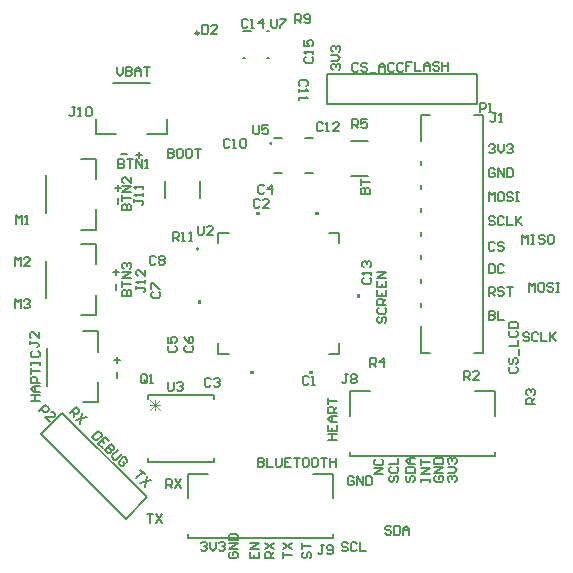
<source format=gto>
%TF.GenerationSoftware,Altium Limited,Altium Designer,25.0.2 (28)*%
G04 Layer_Color=65535*
%FSLAX45Y45*%
%MOMM*%
%TF.SameCoordinates,35A56F3A-7D9F-4CF9-8D97-DF5CB8944ECC*%
%TF.FilePolarity,Positive*%
%TF.FileFunction,Legend,Top*%
%TF.Part,Single*%
G01*
G75*
%TA.AperFunction,NonConductor*%
%ADD53C,0.15240*%
%ADD54C,0.25000*%
%ADD55C,0.17000*%
%ADD56C,0.20000*%
%ADD57C,0.07620*%
G36*
X10284250Y6820210D02*
X10246150D01*
Y6794810D01*
X10284250D01*
Y6820210D01*
D02*
G37*
G36*
X9830110Y7424350D02*
X9804710D01*
Y7386250D01*
X9830110D01*
Y7424350D01*
D02*
G37*
G36*
X10334250Y8140390D02*
X10296150D01*
Y8165790D01*
X10334250D01*
Y8140390D01*
D02*
G37*
G36*
X10784250Y6820210D02*
X10746150D01*
Y6794810D01*
X10784250D01*
Y6820210D01*
D02*
G37*
G36*
X11150290Y7474350D02*
X11175690D01*
Y7436250D01*
X11150290D01*
Y7474350D01*
D02*
G37*
G36*
X10834250Y8140390D02*
X10796150D01*
Y8165790D01*
X10834250D01*
Y8140390D01*
D02*
G37*
D53*
X10428921Y8756106D02*
G03*
X10428921Y8741344I-1892J-7381D01*
G01*
X9812730Y7855300D02*
G03*
X9812730Y7855300I-7620J0D01*
G01*
X11100075Y8770620D02*
X11246845D01*
X11100075Y8475980D02*
X11246845D01*
X10949940Y5744204D02*
Y5949950D01*
X9725660D02*
X9893966D01*
X10949940Y5403850D02*
Y5438896D01*
X9725660Y5403850D02*
X10949940D01*
X9725660Y5744204D02*
Y5949950D01*
X10781634D02*
X10949940D01*
X9725660Y5403850D02*
Y5438896D01*
X10454700Y8798700D02*
X10521795D01*
X10454700Y8498700D02*
X10521795D01*
X10712605D02*
X10779700D01*
X10712605Y8798700D02*
X10779700D01*
X9382760Y6055360D02*
Y6088066D01*
Y6586534D02*
Y6619240D01*
X9946640D01*
Y6055360D02*
Y6088066D01*
X9382760Y6055360D02*
X9946640D01*
Y6586534D02*
Y6619240D01*
X9824720Y8283215D02*
Y8429985D01*
X9530080Y8283215D02*
Y8429985D01*
X9977120Y6967220D02*
X10066761D01*
X11003280D02*
Y7056861D01*
X10913639Y7993380D02*
X11003280D01*
X9977120Y7903739D02*
Y7993380D01*
Y6967220D02*
Y7056861D01*
X10913639Y6967220D02*
X11003280D01*
Y7903739D02*
Y7993380D01*
X9977120D02*
X10066761D01*
X12321540Y6442704D02*
Y6648450D01*
X11097260D02*
X11265566D01*
X12321540Y6102350D02*
Y6137396D01*
X11097260Y6102350D02*
X12321540D01*
X11097260Y6442704D02*
Y6648450D01*
X12153234D02*
X12321540D01*
X11097260Y6102350D02*
Y6137396D01*
X11697100Y8993150D02*
X11771586D01*
X12222880Y6973850D02*
Y8993150D01*
X12148014D02*
X12222880D01*
X11697100Y8766304D02*
Y8993150D01*
Y6973850D02*
X11771586D01*
X11697100Y8566304D02*
Y8600696D01*
Y8366304D02*
Y8400696D01*
Y8166304D02*
Y8200696D01*
Y7966304D02*
Y8000696D01*
Y7766304D02*
Y7800696D01*
Y7566304D02*
Y7600696D01*
Y7366304D02*
Y7400696D01*
Y6973850D02*
Y7200696D01*
X12148014Y6973850D02*
X12222880D01*
X9545320Y8827770D02*
Y8957016D01*
X8945880Y8827770D02*
X9116806D01*
X8945880D02*
Y8957016D01*
X9085984Y9257030D02*
X9405216D01*
X9374394Y8827770D02*
X9545320D01*
X8948420Y8448294D02*
Y8619220D01*
X8519160Y8159884D02*
Y8479116D01*
X8819174Y8019780D02*
X8948420D01*
Y8190706D01*
X8819174Y8619220D02*
X8948420D01*
X8819174Y7895320D02*
X8948420D01*
Y7295880D02*
Y7466806D01*
X8819174Y7295880D02*
X8948420D01*
X8519160Y7435984D02*
Y7755216D01*
X8948420Y7724394D02*
Y7895320D01*
X8961120Y6985794D02*
Y7156720D01*
X8531860Y6697384D02*
Y7016616D01*
X8831874Y6557280D02*
X8961120D01*
Y6728206D01*
X8831874Y7156720D02*
X8961120D01*
X9832340Y5361919D02*
X9845036Y5374615D01*
X9870428D01*
X9883123Y5361919D01*
Y5349223D01*
X9870428Y5336528D01*
X9857732D01*
X9870428D01*
X9883123Y5323832D01*
Y5311136D01*
X9870428Y5298440D01*
X9845036D01*
X9832340Y5311136D01*
X9908515Y5374615D02*
Y5323832D01*
X9933907Y5298440D01*
X9959299Y5323832D01*
Y5374615D01*
X9984691Y5361919D02*
X9997387Y5374615D01*
X10022779D01*
X10035474Y5361919D01*
Y5349223D01*
X10022779Y5336528D01*
X10010083D01*
X10022779D01*
X10035474Y5323832D01*
Y5311136D01*
X10022779Y5298440D01*
X9997387D01*
X9984691Y5311136D01*
X11186185Y8321040D02*
X11262360D01*
Y8359128D01*
X11249664Y8371823D01*
X11236968D01*
X11224272Y8359128D01*
Y8321040D01*
Y8359128D01*
X11211577Y8371823D01*
X11198881D01*
X11186185Y8359128D01*
Y8321040D01*
Y8397215D02*
Y8447999D01*
Y8422607D01*
X11262360D01*
X11338581Y7279623D02*
X11325885Y7266928D01*
Y7241536D01*
X11338581Y7228840D01*
X11351277D01*
X11363972Y7241536D01*
Y7266928D01*
X11376668Y7279623D01*
X11389364D01*
X11402060Y7266928D01*
Y7241536D01*
X11389364Y7228840D01*
X11338581Y7355799D02*
X11325885Y7343103D01*
Y7317711D01*
X11338581Y7305015D01*
X11389364D01*
X11402060Y7317711D01*
Y7343103D01*
X11389364Y7355799D01*
X11402060Y7381191D02*
X11325885D01*
Y7419279D01*
X11338581Y7431974D01*
X11363972D01*
X11376668Y7419279D01*
Y7381191D01*
Y7406583D02*
X11402060Y7431974D01*
X11325885Y7508150D02*
Y7457366D01*
X11402060D01*
Y7508150D01*
X11363972Y7457366D02*
Y7482758D01*
X11325885Y7584325D02*
Y7533541D01*
X11402060D01*
Y7584325D01*
X11363972Y7533541D02*
Y7558933D01*
X11402060Y7609717D02*
X11325885D01*
X11402060Y7660500D01*
X11325885D01*
X10906785Y6238240D02*
X10982960D01*
X10944872D01*
Y6289023D01*
X10906785D01*
X10982960D01*
X10906785Y6365199D02*
Y6314415D01*
X10982960D01*
Y6365199D01*
X10944872Y6314415D02*
Y6339807D01*
X10982960Y6390591D02*
X10932177D01*
X10906785Y6415983D01*
X10932177Y6441374D01*
X10982960D01*
X10944872D01*
Y6390591D01*
X10982960Y6466766D02*
X10906785D01*
Y6504854D01*
X10919481Y6517550D01*
X10944872D01*
X10957568Y6504854D01*
Y6466766D01*
Y6492158D02*
X10982960Y6517550D01*
X10906785Y6542941D02*
Y6593725D01*
Y6568333D01*
X10982960D01*
X10314520Y6085395D02*
Y6009220D01*
X10352608D01*
X10365304Y6021916D01*
Y6034612D01*
X10352608Y6047308D01*
X10314520D01*
X10352608D01*
X10365304Y6060004D01*
Y6072700D01*
X10352608Y6085395D01*
X10314520D01*
X10390695D02*
Y6009220D01*
X10441479D01*
X10466871Y6085395D02*
Y6021916D01*
X10479567Y6009220D01*
X10504959D01*
X10517654Y6021916D01*
Y6085395D01*
X10593830D02*
X10543046D01*
Y6009220D01*
X10593830D01*
X10543046Y6047308D02*
X10568438D01*
X10619222Y6085395D02*
X10670005D01*
X10644613D01*
Y6009220D01*
X10733485Y6085395D02*
X10708093D01*
X10695397Y6072700D01*
Y6021916D01*
X10708093Y6009220D01*
X10733485D01*
X10746180Y6021916D01*
Y6072700D01*
X10733485Y6085395D01*
X10809660D02*
X10784268D01*
X10771572Y6072700D01*
Y6021916D01*
X10784268Y6009220D01*
X10809660D01*
X10822356Y6021916D01*
Y6072700D01*
X10809660Y6085395D01*
X10847748D02*
X10898531D01*
X10873140D01*
Y6009220D01*
X10923923Y6085395D02*
Y6009220D01*
Y6047308D01*
X10974707D01*
Y6085395D01*
Y6009220D01*
X9321017Y5984764D02*
X9356926Y5948854D01*
X9338971Y5966809D01*
X9285107Y5912945D01*
X9374881Y5930900D02*
X9356926Y5841126D01*
X9410790Y5894990D02*
X9321017Y5877036D01*
X8721053Y6464300D02*
X8774917Y6518164D01*
X8801849Y6491232D01*
X8801849Y6473277D01*
X8783894Y6455323D01*
X8765940Y6455322D01*
X8739007Y6482254D01*
X8756962Y6464300D02*
X8756962Y6428390D01*
X8828781Y6464300D02*
X8810826Y6374526D01*
X8864690Y6428390D02*
X8774917Y6410436D01*
X9552940Y8702015D02*
Y8625840D01*
X9591028D01*
X9603723Y8638536D01*
Y8651232D01*
X9591028Y8663928D01*
X9552940D01*
X9591028D01*
X9603723Y8676623D01*
Y8689319D01*
X9591028Y8702015D01*
X9552940D01*
X9667203D02*
X9641811D01*
X9629115Y8689319D01*
Y8638536D01*
X9641811Y8625840D01*
X9667203D01*
X9679899Y8638536D01*
Y8689319D01*
X9667203Y8702015D01*
X9743379D02*
X9717987D01*
X9705291Y8689319D01*
Y8638536D01*
X9717987Y8625840D01*
X9743379D01*
X9756074Y8638536D01*
Y8689319D01*
X9743379Y8702015D01*
X9781466D02*
X9832250D01*
X9806858D01*
Y8625840D01*
X9133840Y8613115D02*
Y8536940D01*
X9171928D01*
X9184624Y8549636D01*
Y8562332D01*
X9171928Y8575028D01*
X9133840D01*
X9171928D01*
X9184624Y8587723D01*
Y8600419D01*
X9171928Y8613115D01*
X9133840D01*
X9210016D02*
X9260799D01*
X9235407D01*
Y8536940D01*
X9286191D02*
Y8613115D01*
X9336974Y8536940D01*
Y8613115D01*
X9362366Y8536940D02*
X9387758D01*
X9375062D01*
Y8613115D01*
X9362366Y8600419D01*
X9166885Y8181340D02*
X9243060D01*
Y8219428D01*
X9230364Y8232123D01*
X9217668D01*
X9204972Y8219428D01*
Y8181340D01*
Y8219428D01*
X9192277Y8232123D01*
X9179581D01*
X9166885Y8219428D01*
Y8181340D01*
Y8257515D02*
Y8308299D01*
Y8282907D01*
X9243060D01*
Y8333691D02*
X9166885D01*
X9243060Y8384474D01*
X9166885D01*
X9243060Y8460650D02*
Y8409866D01*
X9192277Y8460650D01*
X9179581D01*
X9166885Y8447954D01*
Y8422562D01*
X9179581Y8409866D01*
X9166885Y7457440D02*
X9243060D01*
Y7495528D01*
X9230364Y7508223D01*
X9217668D01*
X9204972Y7495528D01*
Y7457440D01*
Y7495528D01*
X9192277Y7508223D01*
X9179581D01*
X9166885Y7495528D01*
Y7457440D01*
Y7533615D02*
Y7584399D01*
Y7559007D01*
X9243060D01*
Y7609791D02*
X9166885D01*
X9243060Y7660574D01*
X9166885D01*
X9179581Y7685966D02*
X9166885Y7698662D01*
Y7724054D01*
X9179581Y7736750D01*
X9192277D01*
X9204972Y7724054D01*
Y7711358D01*
Y7724054D01*
X9217668Y7736750D01*
X9230364D01*
X9243060Y7724054D01*
Y7698662D01*
X9230364Y7685966D01*
X8392185Y6568440D02*
X8468360D01*
X8430272D01*
Y6619223D01*
X8392185D01*
X8468360D01*
Y6644615D02*
X8417577D01*
X8392185Y6670007D01*
X8417577Y6695399D01*
X8468360D01*
X8430272D01*
Y6644615D01*
X8468360Y6720791D02*
X8392185D01*
Y6758879D01*
X8404881Y6771574D01*
X8430272D01*
X8442968Y6758879D01*
Y6720791D01*
X8392185Y6796966D02*
Y6847750D01*
Y6822358D01*
X8468360D01*
X8392185Y6873141D02*
Y6898533D01*
Y6885837D01*
X8468360D01*
Y6873141D01*
Y6898533D01*
X8404881Y6987404D02*
X8392185Y6974709D01*
Y6949317D01*
X8404881Y6936621D01*
X8455664D01*
X8468360Y6949317D01*
Y6974709D01*
X8455664Y6987404D01*
X9306568Y8625840D02*
Y8676623D01*
X9281177Y8651232D02*
X9331960D01*
X11623023Y9438615D02*
X11572240D01*
Y9400528D01*
X11597632D01*
X11572240D01*
Y9362440D01*
X11648415Y9438615D02*
Y9362440D01*
X11699199D01*
X11724591D02*
Y9413223D01*
X11749983Y9438615D01*
X11775374Y9413223D01*
Y9362440D01*
Y9400528D01*
X11724591D01*
X11851550Y9425919D02*
X11838854Y9438615D01*
X11813462D01*
X11800766Y9425919D01*
Y9413223D01*
X11813462Y9400528D01*
X11838854D01*
X11851550Y9387832D01*
Y9375136D01*
X11838854Y9362440D01*
X11813462D01*
X11800766Y9375136D01*
X11876941Y9438615D02*
Y9362440D01*
Y9400528D01*
X11927725D01*
Y9438615D01*
Y9362440D01*
X9121132Y6944360D02*
Y6893577D01*
X9146523Y6918968D02*
X9095740D01*
X9121140Y6817360D02*
Y6766577D01*
X9116060Y7508240D02*
Y7559023D01*
X9116068Y7635240D02*
Y7686023D01*
X9090677Y7660632D02*
X9141460D01*
X9128760Y8232140D02*
Y8282923D01*
X9204960Y8658860D02*
X9154177D01*
X9128768Y8346440D02*
Y8397223D01*
X9103377Y8371832D02*
X9154160D01*
X12321523Y7901919D02*
X12308828Y7914615D01*
X12283436D01*
X12270740Y7901919D01*
Y7851136D01*
X12283436Y7838440D01*
X12308828D01*
X12321523Y7851136D01*
X12397699Y7901919D02*
X12385003Y7914615D01*
X12359611D01*
X12346915Y7901919D01*
Y7889223D01*
X12359611Y7876528D01*
X12385003D01*
X12397699Y7863832D01*
Y7851136D01*
X12385003Y7838440D01*
X12359611D01*
X12346915Y7851136D01*
X12270740Y7724115D02*
Y7647940D01*
X12308828D01*
X12321523Y7660636D01*
Y7711419D01*
X12308828Y7724115D01*
X12270740D01*
X12397699Y7711419D02*
X12385003Y7724115D01*
X12359611D01*
X12346915Y7711419D01*
Y7660636D01*
X12359611Y7647940D01*
X12385003D01*
X12397699Y7660636D01*
X12270740Y7457440D02*
Y7533615D01*
X12308828D01*
X12321523Y7520919D01*
Y7495528D01*
X12308828Y7482832D01*
X12270740D01*
X12296132D02*
X12321523Y7457440D01*
X12397699Y7520919D02*
X12385003Y7533615D01*
X12359611D01*
X12346915Y7520919D01*
Y7508223D01*
X12359611Y7495528D01*
X12385003D01*
X12397699Y7482832D01*
Y7470136D01*
X12385003Y7457440D01*
X12359611D01*
X12346915Y7470136D01*
X12423091Y7533615D02*
X12473874D01*
X12448483D01*
Y7457440D01*
X12270740Y7330415D02*
Y7254240D01*
X12308828D01*
X12321523Y7266936D01*
Y7279632D01*
X12308828Y7292328D01*
X12270740D01*
X12308828D01*
X12321523Y7305023D01*
Y7317719D01*
X12308828Y7330415D01*
X12270740D01*
X12346915D02*
Y7254240D01*
X12397699D01*
X12321523Y8117819D02*
X12308828Y8130515D01*
X12283436D01*
X12270740Y8117819D01*
Y8105123D01*
X12283436Y8092428D01*
X12308828D01*
X12321523Y8079732D01*
Y8067036D01*
X12308828Y8054340D01*
X12283436D01*
X12270740Y8067036D01*
X12397699Y8117819D02*
X12385003Y8130515D01*
X12359611D01*
X12346915Y8117819D01*
Y8067036D01*
X12359611Y8054340D01*
X12385003D01*
X12397699Y8067036D01*
X12423091Y8130515D02*
Y8054340D01*
X12473874D01*
X12499266Y8130515D02*
Y8054340D01*
Y8079732D01*
X12550050Y8130515D01*
X12511962Y8092428D01*
X12550050Y8054340D01*
X12270740Y8257540D02*
Y8333715D01*
X12296132Y8308323D01*
X12321523Y8333715D01*
Y8257540D01*
X12385003Y8333715D02*
X12359611D01*
X12346915Y8321019D01*
Y8270236D01*
X12359611Y8257540D01*
X12385003D01*
X12397699Y8270236D01*
Y8321019D01*
X12385003Y8333715D01*
X12473874Y8321019D02*
X12461179Y8333715D01*
X12435787D01*
X12423091Y8321019D01*
Y8308323D01*
X12435787Y8295628D01*
X12461179D01*
X12473874Y8282932D01*
Y8270236D01*
X12461179Y8257540D01*
X12435787D01*
X12423091Y8270236D01*
X12499266Y8333715D02*
X12524658D01*
X12511962D01*
Y8257540D01*
X12499266D01*
X12524658D01*
X12321523Y8524219D02*
X12308828Y8536915D01*
X12283436D01*
X12270740Y8524219D01*
Y8473436D01*
X12283436Y8460740D01*
X12308828D01*
X12321523Y8473436D01*
Y8498828D01*
X12296132D01*
X12346915Y8460740D02*
Y8536915D01*
X12397699Y8460740D01*
Y8536915D01*
X12423091D02*
Y8460740D01*
X12461179D01*
X12473874Y8473436D01*
Y8524219D01*
X12461179Y8536915D01*
X12423091D01*
X12270740Y8727419D02*
X12283436Y8740115D01*
X12308828D01*
X12321523Y8727419D01*
Y8714723D01*
X12308828Y8702028D01*
X12296132D01*
X12308828D01*
X12321523Y8689332D01*
Y8676636D01*
X12308828Y8663940D01*
X12283436D01*
X12270740Y8676636D01*
X12346915Y8740115D02*
Y8689332D01*
X12372307Y8663940D01*
X12397699Y8689332D01*
Y8740115D01*
X12423091Y8727419D02*
X12435787Y8740115D01*
X12461179D01*
X12473874Y8727419D01*
Y8714723D01*
X12461179Y8702028D01*
X12448483D01*
X12461179D01*
X12473874Y8689332D01*
Y8676636D01*
X12461179Y8663940D01*
X12435787D01*
X12423091Y8676636D01*
X11376660Y5946140D02*
X11300485D01*
X11376660Y5996923D01*
X11300485D01*
X11313181Y6073099D02*
X11300485Y6060403D01*
Y6035011D01*
X11313181Y6022315D01*
X11363964D01*
X11376660Y6035011D01*
Y6060403D01*
X11363964Y6073099D01*
X11935481Y5882640D02*
X11922785Y5895336D01*
Y5920728D01*
X11935481Y5933423D01*
X11948177D01*
X11960872Y5920728D01*
Y5908032D01*
Y5920728D01*
X11973568Y5933423D01*
X11986264D01*
X11998960Y5920728D01*
Y5895336D01*
X11986264Y5882640D01*
X11922785Y5958815D02*
X11973568D01*
X11998960Y5984207D01*
X11973568Y6009599D01*
X11922785D01*
X11935481Y6034991D02*
X11922785Y6047687D01*
Y6073079D01*
X11935481Y6085774D01*
X11948177D01*
X11960872Y6073079D01*
Y6060383D01*
Y6073079D01*
X11973568Y6085774D01*
X11986264D01*
X11998960Y6073079D01*
Y6047687D01*
X11986264Y6034991D01*
X11579881Y5933423D02*
X11567185Y5920728D01*
Y5895336D01*
X11579881Y5882640D01*
X11592577D01*
X11605272Y5895336D01*
Y5920728D01*
X11617968Y5933423D01*
X11630664D01*
X11643360Y5920728D01*
Y5895336D01*
X11630664Y5882640D01*
X11567185Y5958815D02*
X11643360D01*
Y5996903D01*
X11630664Y6009599D01*
X11579881D01*
X11567185Y5996903D01*
Y5958815D01*
X11643360Y6034991D02*
X11592577D01*
X11567185Y6060383D01*
X11592577Y6085774D01*
X11643360D01*
X11605272D01*
Y6034991D01*
X11440181Y5933423D02*
X11427485Y5920728D01*
Y5895336D01*
X11440181Y5882640D01*
X11452877D01*
X11465572Y5895336D01*
Y5920728D01*
X11478268Y5933423D01*
X11490964D01*
X11503660Y5920728D01*
Y5895336D01*
X11490964Y5882640D01*
X11440181Y6009599D02*
X11427485Y5996903D01*
Y5971511D01*
X11440181Y5958815D01*
X11490964D01*
X11503660Y5971511D01*
Y5996903D01*
X11490964Y6009599D01*
X11427485Y6034991D02*
X11503660D01*
Y6085774D01*
X11821181Y5933423D02*
X11808485Y5920728D01*
Y5895336D01*
X11821181Y5882640D01*
X11871964D01*
X11884660Y5895336D01*
Y5920728D01*
X11871964Y5933423D01*
X11846572D01*
Y5908032D01*
X11884660Y5958815D02*
X11808485D01*
X11884660Y6009599D01*
X11808485D01*
Y6034991D02*
X11884660D01*
Y6073079D01*
X11871964Y6085774D01*
X11821181D01*
X11808485Y6073079D01*
Y6034991D01*
X11694185Y5882640D02*
Y5908032D01*
Y5895336D01*
X11770360D01*
Y5882640D01*
Y5908032D01*
Y5946119D02*
X11694185D01*
X11770360Y5996903D01*
X11694185D01*
Y6022295D02*
Y6073078D01*
Y6047687D01*
X11770360D01*
X10525785Y5234940D02*
Y5285723D01*
Y5260332D01*
X10601960D01*
X10525785Y5311115D02*
X10601960Y5361899D01*
X10525785D02*
X10601960Y5311115D01*
X10703581Y5285723D02*
X10690885Y5273028D01*
Y5247636D01*
X10703581Y5234940D01*
X10716277D01*
X10728972Y5247636D01*
Y5273028D01*
X10741668Y5285723D01*
X10754364D01*
X10767060Y5273028D01*
Y5247636D01*
X10754364Y5234940D01*
X10690885Y5311115D02*
Y5361899D01*
Y5336507D01*
X10767060D01*
X10246385Y5285723D02*
Y5234940D01*
X10322560D01*
Y5285723D01*
X10284472Y5234940D02*
Y5260332D01*
X10322560Y5311115D02*
X10246385D01*
X10322560Y5361899D01*
X10246385D01*
X8965416Y6314964D02*
X8911552Y6261100D01*
X8938485Y6234168D01*
X8956439Y6234168D01*
X8992349Y6270077D01*
X8992349Y6288032D01*
X8965416Y6314964D01*
X9055190Y6225191D02*
X9019281Y6261100D01*
X8965416Y6207236D01*
X9001326Y6171326D01*
X8992349Y6234168D02*
X9010304Y6216213D01*
X9073145Y6207236D02*
X9019281Y6153372D01*
X9046213Y6126440D01*
X9064167Y6126440D01*
X9073145Y6135417D01*
X9073145Y6153372D01*
X9046213Y6180304D01*
X9073145Y6153372D01*
X9091099D01*
X9100077Y6162349D01*
Y6180304D01*
X9073145Y6207236D01*
X9127009Y6153372D02*
X9082122Y6108485D01*
Y6090530D01*
X9100077Y6072576D01*
X9118032D01*
X9162918Y6117462D01*
X9207805Y6054621D02*
Y6072576D01*
X9189850Y6090530D01*
X9171896D01*
X9135986Y6054621D01*
Y6036666D01*
X9153941Y6018711D01*
X9171896Y6018712D01*
X9189850Y6036666D01*
X9171896Y6054621D01*
X10449560Y5234940D02*
X10373385D01*
Y5273028D01*
X10386081Y5285723D01*
X10411472D01*
X10424168Y5273028D01*
Y5234940D01*
Y5260332D02*
X10449560Y5285723D01*
X10373385Y5311115D02*
X10449560Y5361899D01*
X10373385D02*
X10449560Y5311115D01*
X10081281Y5285723D02*
X10068585Y5273028D01*
Y5247636D01*
X10081281Y5234940D01*
X10132064D01*
X10144760Y5247636D01*
Y5273028D01*
X10132064Y5285723D01*
X10106672D01*
Y5260332D01*
X10144760Y5311115D02*
X10068585D01*
X10144760Y5361899D01*
X10068585D01*
Y5387291D02*
X10144760D01*
Y5425379D01*
X10132064Y5438074D01*
X10081281D01*
X10068585Y5425379D01*
Y5387291D01*
X9448804Y7785092D02*
X9436108Y7797788D01*
X9410717D01*
X9398021Y7785092D01*
Y7734308D01*
X9410717Y7721612D01*
X9436108D01*
X9448804Y7734308D01*
X9474196Y7785092D02*
X9486892Y7797788D01*
X9512284D01*
X9524979Y7785092D01*
Y7772396D01*
X9512284Y7759700D01*
X9524979Y7747004D01*
Y7734308D01*
X9512284Y7721612D01*
X9486892D01*
X9474196Y7734308D01*
Y7747004D01*
X9486892Y7759700D01*
X9474196Y7772396D01*
Y7785092D01*
X9486892Y7759700D02*
X9512284D01*
X10274321Y8902688D02*
Y8839208D01*
X10287017Y8826512D01*
X10312408D01*
X10325104Y8839208D01*
Y8902688D01*
X10401279D02*
X10350496D01*
Y8864600D01*
X10375888Y8877296D01*
X10388584D01*
X10401279Y8864600D01*
Y8839208D01*
X10388584Y8826512D01*
X10363192D01*
X10350496Y8839208D01*
X10947408Y9372633D02*
X10934712Y9385329D01*
Y9410721D01*
X10947408Y9423417D01*
X10960104D01*
X10972800Y9410721D01*
Y9398025D01*
Y9410721D01*
X10985496Y9423417D01*
X10998192D01*
X11010888Y9410721D01*
Y9385329D01*
X10998192Y9372633D01*
X10934712Y9448808D02*
X10985496D01*
X11010888Y9474200D01*
X10985496Y9499592D01*
X10934712D01*
X10947408Y9524984D02*
X10934712Y9537680D01*
Y9563072D01*
X10947408Y9575767D01*
X10960104D01*
X10972800Y9563072D01*
Y9550376D01*
Y9563072D01*
X10985496Y9575767D01*
X10998192D01*
X11010888Y9563072D01*
Y9537680D01*
X10998192Y9524984D01*
X9118645Y9397988D02*
Y9347204D01*
X9144037Y9321812D01*
X9169429Y9347204D01*
Y9397988D01*
X9194821D02*
Y9321812D01*
X9232908D01*
X9245604Y9334508D01*
Y9347204D01*
X9232908Y9359900D01*
X9194821D01*
X9232908D01*
X9245604Y9372596D01*
Y9385292D01*
X9232908Y9397988D01*
X9194821D01*
X9270996Y9321812D02*
Y9372596D01*
X9296388Y9397988D01*
X9321779Y9372596D01*
Y9321812D01*
Y9359900D01*
X9270996D01*
X9347171Y9397988D02*
X9397955D01*
X9372563D01*
Y9321812D01*
X9594877Y7924812D02*
Y8000988D01*
X9632964D01*
X9645660Y7988292D01*
Y7962900D01*
X9632964Y7950204D01*
X9594877D01*
X9620269D02*
X9645660Y7924812D01*
X9671052D02*
X9696444D01*
X9683748D01*
Y8000988D01*
X9671052Y7988292D01*
X9734531Y7924812D02*
X9759923D01*
X9747227D01*
Y8000988D01*
X9734531Y7988292D01*
X10426721Y9804388D02*
Y9740908D01*
X10439417Y9728212D01*
X10464808D01*
X10477504Y9740908D01*
Y9804388D01*
X10502896D02*
X10553679D01*
Y9791692D01*
X10502896Y9740908D01*
Y9728212D01*
X10629921Y9766312D02*
Y9842488D01*
X10668008D01*
X10680704Y9829792D01*
Y9804400D01*
X10668008Y9791704D01*
X10629921D01*
X10655312D02*
X10680704Y9766312D01*
X10706096Y9779008D02*
X10718792Y9766312D01*
X10744184D01*
X10756879Y9779008D01*
Y9829792D01*
X10744184Y9842488D01*
X10718792D01*
X10706096Y9829792D01*
Y9817096D01*
X10718792Y9804400D01*
X10756879D01*
X9842521Y9753588D02*
Y9677412D01*
X9880608D01*
X9893304Y9690108D01*
Y9740892D01*
X9880608Y9753588D01*
X9842521D01*
X9969479Y9677412D02*
X9918696D01*
X9969479Y9728196D01*
Y9740892D01*
X9956784Y9753588D01*
X9931392D01*
X9918696Y9740892D01*
X10718808Y9480564D02*
X10706112Y9467869D01*
Y9442477D01*
X10718808Y9429781D01*
X10769592D01*
X10782288Y9442477D01*
Y9467869D01*
X10769592Y9480564D01*
X10782288Y9505956D02*
Y9531348D01*
Y9518652D01*
X10706112D01*
X10718808Y9505956D01*
X10706112Y9620219D02*
Y9569436D01*
X10744200D01*
X10731504Y9594828D01*
Y9607524D01*
X10744200Y9620219D01*
X10769592D01*
X10782288Y9607524D01*
Y9582132D01*
X10769592Y9569436D01*
X10229864Y9791692D02*
X10217169Y9804388D01*
X10191777D01*
X10179081Y9791692D01*
Y9740908D01*
X10191777Y9728212D01*
X10217169D01*
X10229864Y9740908D01*
X10255256Y9728212D02*
X10280648D01*
X10267952D01*
Y9804388D01*
X10255256Y9791692D01*
X10356824Y9728212D02*
Y9804388D01*
X10318736Y9766300D01*
X10369519D01*
X8382012Y7073904D02*
Y7048512D01*
Y7061208D01*
X8445492D01*
X8458188Y7048512D01*
Y7035817D01*
X8445492Y7023121D01*
X8458188Y7150079D02*
Y7099296D01*
X8407404Y7150079D01*
X8394708D01*
X8382012Y7137384D01*
Y7111992D01*
X8394708Y7099296D01*
X9283712Y7537464D02*
Y7512073D01*
Y7524769D01*
X9347192D01*
X9359888Y7512073D01*
Y7499377D01*
X9347192Y7486681D01*
X9359888Y7562856D02*
Y7588248D01*
Y7575552D01*
X9283712D01*
X9296408Y7562856D01*
X9359888Y7677119D02*
Y7626336D01*
X9309104Y7677119D01*
X9296408D01*
X9283712Y7664424D01*
Y7639032D01*
X9296408Y7626336D01*
X9270012Y8275061D02*
Y8249669D01*
Y8262365D01*
X9333491D01*
X9346187Y8249669D01*
Y8236973D01*
X9333491Y8224277D01*
X9346187Y8300453D02*
Y8325844D01*
Y8313148D01*
X9270012D01*
X9282708Y8300453D01*
X9346187Y8363932D02*
Y8389324D01*
Y8376628D01*
X9270012D01*
X9282708Y8363932D01*
X8769364Y9055088D02*
X8743973D01*
X8756669D01*
Y8991608D01*
X8743973Y8978912D01*
X8731277D01*
X8718581Y8991608D01*
X8794756Y8978912D02*
X8820148D01*
X8807452D01*
Y9055088D01*
X8794756Y9042392D01*
X8858236D02*
X8870932Y9055088D01*
X8896324D01*
X8909019Y9042392D01*
Y8991608D01*
X8896324Y8978912D01*
X8870932D01*
X8858236Y8991608D01*
Y9042392D01*
X10871204Y5346688D02*
X10845812D01*
X10858508D01*
Y5283208D01*
X10845812Y5270512D01*
X10833117D01*
X10820421Y5283208D01*
X10896596D02*
X10909292Y5270512D01*
X10934684D01*
X10947379Y5283208D01*
Y5333992D01*
X10934684Y5346688D01*
X10909292D01*
X10896596Y5333992D01*
Y5321296D01*
X10909292Y5308600D01*
X10947379D01*
X11074404Y6794488D02*
X11049012D01*
X11061708D01*
Y6731008D01*
X11049012Y6718312D01*
X11036317D01*
X11023621Y6731008D01*
X11099796Y6781792D02*
X11112492Y6794488D01*
X11137884D01*
X11150579Y6781792D01*
Y6769096D01*
X11137884Y6756400D01*
X11150579Y6743704D01*
Y6731008D01*
X11137884Y6718312D01*
X11112492D01*
X11099796Y6731008D01*
Y6743704D01*
X11112492Y6756400D01*
X11099796Y6769096D01*
Y6781792D01*
X11112492Y6756400D02*
X11137884D01*
X8255021Y7353312D02*
Y7429488D01*
X8280412Y7404096D01*
X8305804Y7429488D01*
Y7353312D01*
X8331196Y7416792D02*
X8343892Y7429488D01*
X8369284D01*
X8381979Y7416792D01*
Y7404096D01*
X8369284Y7391400D01*
X8356588D01*
X8369284D01*
X8381979Y7378704D01*
Y7366008D01*
X8369284Y7353312D01*
X8343892D01*
X8331196Y7366008D01*
X8255021Y7708912D02*
Y7785088D01*
X8280412Y7759696D01*
X8305804Y7785088D01*
Y7708912D01*
X8381979D02*
X8331196D01*
X8381979Y7759696D01*
Y7772392D01*
X8369284Y7785088D01*
X8343892D01*
X8331196Y7772392D01*
X11442717Y5499092D02*
X11430021Y5511788D01*
X11404629D01*
X11391933Y5499092D01*
Y5486396D01*
X11404629Y5473700D01*
X11430021D01*
X11442717Y5461004D01*
Y5448308D01*
X11430021Y5435612D01*
X11404629D01*
X11391933Y5448308D01*
X11468108Y5511788D02*
Y5435612D01*
X11506196D01*
X11518892Y5448308D01*
Y5499092D01*
X11506196Y5511788D01*
X11468108D01*
X11544284Y5435612D02*
Y5486396D01*
X11569676Y5511788D01*
X11595067Y5486396D01*
Y5435612D01*
Y5473700D01*
X11544284D01*
X9372621Y5613388D02*
X9423404D01*
X9398012D01*
Y5537212D01*
X9448796Y5613388D02*
X9499579Y5537212D01*
Y5613388D02*
X9448796Y5537212D01*
X8267717Y8064512D02*
Y8140688D01*
X8293108Y8115296D01*
X8318500Y8140688D01*
Y8064512D01*
X8343892D02*
X8369284D01*
X8356588D01*
Y8140688D01*
X8343892Y8127992D01*
X11074417Y5359392D02*
X11061721Y5372088D01*
X11036329D01*
X11023633Y5359392D01*
Y5346696D01*
X11036329Y5334000D01*
X11061721D01*
X11074417Y5321304D01*
Y5308608D01*
X11061721Y5295912D01*
X11036329D01*
X11023633Y5308608D01*
X11150592Y5359392D02*
X11137896Y5372088D01*
X11112504D01*
X11099808Y5359392D01*
Y5308608D01*
X11112504Y5295912D01*
X11137896D01*
X11150592Y5308608D01*
X11175984Y5372088D02*
Y5295912D01*
X11226767D01*
X9537721Y5829312D02*
Y5905488D01*
X9575808D01*
X9588504Y5892792D01*
Y5867400D01*
X9575808Y5854704D01*
X9537721D01*
X9563112D02*
X9588504Y5829312D01*
X9613896Y5905488D02*
X9664679Y5829312D01*
Y5905488D02*
X9613896Y5829312D01*
X12331700Y9004288D02*
X12306308D01*
X12319004D01*
Y8940808D01*
X12306308Y8928112D01*
X12293612D01*
X12280917Y8940808D01*
X12357092Y8928112D02*
X12382484D01*
X12369788D01*
Y9004288D01*
X12357092Y8991592D01*
X11210018Y7609445D02*
X11197322Y7596749D01*
Y7571357D01*
X11210018Y7558662D01*
X11260802D01*
X11273498Y7571357D01*
Y7596749D01*
X11260802Y7609445D01*
X11273498Y7634837D02*
Y7660229D01*
Y7647533D01*
X11197322D01*
X11210018Y7634837D01*
Y7698316D02*
X11197322Y7711012D01*
Y7736404D01*
X11210018Y7749100D01*
X11222714D01*
X11235410Y7736404D01*
Y7723708D01*
Y7736404D01*
X11248106Y7749100D01*
X11260802D01*
X11273498Y7736404D01*
Y7711012D01*
X11260802Y7698316D01*
X12611129Y7137392D02*
X12598433Y7150088D01*
X12573041D01*
X12560345Y7137392D01*
Y7124696D01*
X12573041Y7112000D01*
X12598433D01*
X12611129Y7099304D01*
Y7086608D01*
X12598433Y7073912D01*
X12573041D01*
X12560345Y7086608D01*
X12687304Y7137392D02*
X12674608Y7150088D01*
X12649217D01*
X12636521Y7137392D01*
Y7086608D01*
X12649217Y7073912D01*
X12674608D01*
X12687304Y7086608D01*
X12712696Y7150088D02*
Y7073912D01*
X12763479D01*
X12788871Y7150088D02*
Y7073912D01*
Y7099304D01*
X12839655Y7150088D01*
X12801567Y7112000D01*
X12839655Y7073912D01*
X12553993Y7899412D02*
Y7975588D01*
X12579385Y7950196D01*
X12604777Y7975588D01*
Y7899412D01*
X12630169Y7975588D02*
X12655560D01*
X12642864D01*
Y7899412D01*
X12630169D01*
X12655560D01*
X12744431Y7962892D02*
X12731736Y7975588D01*
X12706344D01*
X12693648Y7962892D01*
Y7950196D01*
X12706344Y7937500D01*
X12731736D01*
X12744431Y7924804D01*
Y7912108D01*
X12731736Y7899412D01*
X12706344D01*
X12693648Y7912108D01*
X12807912Y7975588D02*
X12782519D01*
X12769823Y7962892D01*
Y7912108D01*
X12782519Y7899412D01*
X12807912D01*
X12820607Y7912108D01*
Y7962892D01*
X12807912Y7975588D01*
X12611141Y7493012D02*
Y7569188D01*
X12636533Y7543796D01*
X12661925Y7569188D01*
Y7493012D01*
X12725404Y7569188D02*
X12700012D01*
X12687317Y7556492D01*
Y7505708D01*
X12700012Y7493012D01*
X12725404D01*
X12738100Y7505708D01*
Y7556492D01*
X12725404Y7569188D01*
X12814275Y7556492D02*
X12801579Y7569188D01*
X12776188D01*
X12763492Y7556492D01*
Y7543796D01*
X12776188Y7531100D01*
X12801579D01*
X12814275Y7518404D01*
Y7505708D01*
X12801579Y7493012D01*
X12776188D01*
X12763492Y7505708D01*
X12839667Y7569188D02*
X12865059D01*
X12852364D01*
Y7493012D01*
X12839667D01*
X12865059D01*
X11163353Y9417040D02*
X11150658Y9429736D01*
X11125266D01*
X11112570Y9417040D01*
Y9366256D01*
X11125266Y9353560D01*
X11150658D01*
X11163353Y9366256D01*
X11239529Y9417040D02*
X11226833Y9429736D01*
X11201441D01*
X11188745Y9417040D01*
Y9404344D01*
X11201441Y9391648D01*
X11226833D01*
X11239529Y9378952D01*
Y9366256D01*
X11226833Y9353560D01*
X11201441D01*
X11188745Y9366256D01*
X11264921Y9340864D02*
X11315704D01*
X11341096Y9353560D02*
Y9404344D01*
X11366488Y9429736D01*
X11391879Y9404344D01*
Y9353560D01*
Y9391648D01*
X11341096D01*
X11468055Y9417040D02*
X11455359Y9429736D01*
X11429967D01*
X11417271Y9417040D01*
Y9366256D01*
X11429967Y9353560D01*
X11455359D01*
X11468055Y9366256D01*
X11544230Y9417040D02*
X11531534Y9429736D01*
X11506143D01*
X11493447Y9417040D01*
Y9366256D01*
X11506143Y9353560D01*
X11531534D01*
X11544230Y9366256D01*
X12452360Y6858054D02*
X12439664Y6845358D01*
Y6819966D01*
X12452360Y6807270D01*
X12503143D01*
X12515839Y6819966D01*
Y6845358D01*
X12503143Y6858054D01*
X12452360Y6934229D02*
X12439664Y6921533D01*
Y6896141D01*
X12452360Y6883445D01*
X12465056D01*
X12477752Y6896141D01*
Y6921533D01*
X12490447Y6934229D01*
X12503143D01*
X12515839Y6921533D01*
Y6896141D01*
X12503143Y6883445D01*
X12528535Y6959621D02*
Y7010404D01*
X12439664Y7035796D02*
X12515839D01*
Y7086580D01*
X12452360Y7162755D02*
X12439664Y7150059D01*
Y7124667D01*
X12452360Y7111972D01*
X12503143D01*
X12515839Y7124667D01*
Y7150059D01*
X12503143Y7162755D01*
X12439664Y7188147D02*
X12515839D01*
Y7226235D01*
X12503143Y7238930D01*
X12452360D01*
X12439664Y7226235D01*
Y7188147D01*
X8462581Y6482254D02*
X8516445Y6536118D01*
X8543378Y6509186D01*
X8543377Y6491232D01*
X8525423Y6473277D01*
X8507468Y6473277D01*
X8480536Y6500209D01*
X8552355Y6392481D02*
X8516445Y6428390D01*
X8588264D01*
X8597241Y6437368D01*
X8597242Y6455322D01*
X8579287Y6473277D01*
X8561332D01*
X12192017Y9017012D02*
Y9093188D01*
X12230104D01*
X12242800Y9080492D01*
Y9055100D01*
X12230104Y9042404D01*
X12192017D01*
X12268192Y9017012D02*
X12293584D01*
X12280888D01*
Y9093188D01*
X12268192Y9080492D01*
X11112521Y8877312D02*
Y8953488D01*
X11150608D01*
X11163304Y8940792D01*
Y8915400D01*
X11150608Y8902704D01*
X11112521D01*
X11137912D02*
X11163304Y8877312D01*
X11239479Y8953488D02*
X11188696D01*
Y8915400D01*
X11214088Y8928096D01*
X11226784D01*
X11239479Y8915400D01*
Y8890008D01*
X11226784Y8877312D01*
X11201392D01*
X11188696Y8890008D01*
X11125217Y5918192D02*
X11112521Y5930888D01*
X11087129D01*
X11074433Y5918192D01*
Y5867408D01*
X11087129Y5854712D01*
X11112521D01*
X11125217Y5867408D01*
Y5892800D01*
X11099825D01*
X11150608Y5854712D02*
Y5930888D01*
X11201392Y5854712D01*
Y5930888D01*
X11226784D02*
Y5854712D01*
X11264872D01*
X11277567Y5867408D01*
Y5918192D01*
X11264872Y5930888D01*
X11226784D01*
X9804421Y8051788D02*
Y7988308D01*
X9817117Y7975612D01*
X9842508D01*
X9855204Y7988308D01*
Y8051788D01*
X9931379Y7975612D02*
X9880596D01*
X9931379Y8026396D01*
Y8039092D01*
X9918684Y8051788D01*
X9893292D01*
X9880596Y8039092D01*
X11264921Y6858012D02*
Y6934188D01*
X11303008D01*
X11315704Y6921492D01*
Y6896100D01*
X11303008Y6883404D01*
X11264921D01*
X11290312D02*
X11315704Y6858012D01*
X11379184D02*
Y6934188D01*
X11341096Y6896100D01*
X11391879D01*
X12661888Y6540521D02*
X12585712D01*
Y6578608D01*
X12598408Y6591304D01*
X12623800D01*
X12636496Y6578608D01*
Y6540521D01*
Y6565912D02*
X12661888Y6591304D01*
X12598408Y6616696D02*
X12585712Y6629392D01*
Y6654784D01*
X12598408Y6667479D01*
X12611104D01*
X12623800Y6654784D01*
Y6642088D01*
Y6654784D01*
X12636496Y6667479D01*
X12649192D01*
X12661888Y6654784D01*
Y6629392D01*
X12649192Y6616696D01*
X9550421Y6730988D02*
Y6667508D01*
X9563117Y6654812D01*
X9588508D01*
X9601204Y6667508D01*
Y6730988D01*
X9626596Y6718292D02*
X9639292Y6730988D01*
X9664684D01*
X9677379Y6718292D01*
Y6705596D01*
X9664684Y6692900D01*
X9651988D01*
X9664684D01*
X9677379Y6680204D01*
Y6667508D01*
X9664684Y6654812D01*
X9639292D01*
X9626596Y6667508D01*
X12057843Y6747331D02*
Y6823507D01*
X12095931D01*
X12108626Y6810811D01*
Y6785419D01*
X12095931Y6772723D01*
X12057843D01*
X12083235D02*
X12108626Y6747331D01*
X12184802D02*
X12134018D01*
X12184802Y6798115D01*
Y6810811D01*
X12172106Y6823507D01*
X12146714D01*
X12134018Y6810811D01*
X9372600Y6731008D02*
Y6781792D01*
X9359904Y6794488D01*
X9334512D01*
X9321817Y6781792D01*
Y6731008D01*
X9334512Y6718312D01*
X9359904D01*
X9347208Y6743704D02*
X9372600Y6718312D01*
X9359904D02*
X9372600Y6731008D01*
X9397992Y6718312D02*
X9423384D01*
X9410688D01*
Y6794488D01*
X9397992Y6781792D01*
X10864864Y8915392D02*
X10852169Y8928088D01*
X10826777D01*
X10814081Y8915392D01*
Y8864608D01*
X10826777Y8851912D01*
X10852169D01*
X10864864Y8864608D01*
X10890256Y8851912D02*
X10915648D01*
X10902952D01*
Y8928088D01*
X10890256Y8915392D01*
X11004519Y8851912D02*
X10953736D01*
X11004519Y8902696D01*
Y8915392D01*
X10991824Y8928088D01*
X10966432D01*
X10953736Y8915392D01*
X10724677Y9232340D02*
X10737373Y9245036D01*
Y9270427D01*
X10724677Y9283123D01*
X10673893D01*
X10661197Y9270427D01*
Y9245036D01*
X10673893Y9232340D01*
X10661197Y9206948D02*
Y9181556D01*
Y9194252D01*
X10737373D01*
X10724677Y9206948D01*
X10661197Y9143469D02*
Y9118077D01*
Y9130773D01*
X10737373D01*
X10724677Y9143469D01*
X10077464Y8775692D02*
X10064769Y8788388D01*
X10039377D01*
X10026681Y8775692D01*
Y8724908D01*
X10039377Y8712212D01*
X10064769D01*
X10077464Y8724908D01*
X10102856Y8712212D02*
X10128248D01*
X10115552D01*
Y8788388D01*
X10102856Y8775692D01*
X10166336D02*
X10179032Y8788388D01*
X10204424D01*
X10217119Y8775692D01*
Y8724908D01*
X10204424Y8712212D01*
X10179032D01*
X10166336Y8724908D01*
Y8775692D01*
X9423408Y7493004D02*
X9410712Y7480309D01*
Y7454917D01*
X9423408Y7442221D01*
X9474191D01*
X9486887Y7454917D01*
Y7480309D01*
X9474191Y7493004D01*
X9410712Y7518396D02*
Y7569180D01*
X9423408D01*
X9474191Y7518396D01*
X9486887D01*
X9702808Y7035804D02*
X9690112Y7023108D01*
Y6997717D01*
X9702808Y6985021D01*
X9753592D01*
X9766288Y6997717D01*
Y7023108D01*
X9753592Y7035804D01*
X9690112Y7111979D02*
X9702808Y7086588D01*
X9728200Y7061196D01*
X9753592D01*
X9766288Y7073892D01*
Y7099284D01*
X9753592Y7111979D01*
X9740896D01*
X9728200Y7099284D01*
Y7061196D01*
X9563108Y7035804D02*
X9550412Y7023108D01*
Y6997717D01*
X9563108Y6985021D01*
X9613892D01*
X9626588Y6997717D01*
Y7023108D01*
X9613892Y7035804D01*
X9550412Y7111979D02*
Y7061196D01*
X9588500D01*
X9575804Y7086588D01*
Y7099284D01*
X9588500Y7111979D01*
X9613892D01*
X9626588Y7099284D01*
Y7073892D01*
X9613892Y7061196D01*
X10370672Y8385605D02*
X10357976Y8398300D01*
X10332584D01*
X10319888Y8385605D01*
Y8334821D01*
X10332584Y8322125D01*
X10357976D01*
X10370672Y8334821D01*
X10434151Y8322125D02*
Y8398300D01*
X10396064Y8360213D01*
X10446847D01*
X9916145Y6752302D02*
X9903449Y6764998D01*
X9878057D01*
X9865362Y6752302D01*
Y6701518D01*
X9878057Y6688823D01*
X9903449D01*
X9916145Y6701518D01*
X9941537Y6752302D02*
X9954233Y6764998D01*
X9979625D01*
X9992320Y6752302D01*
Y6739606D01*
X9979625Y6726910D01*
X9966929D01*
X9979625D01*
X9992320Y6714214D01*
Y6701518D01*
X9979625Y6688823D01*
X9954233D01*
X9941537Y6701518D01*
X10328834Y8267692D02*
X10316138Y8280388D01*
X10290746D01*
X10278050Y8267692D01*
Y8216908D01*
X10290746Y8204212D01*
X10316138D01*
X10328834Y8216908D01*
X10405009Y8204212D02*
X10354225D01*
X10405009Y8254996D01*
Y8267692D01*
X10392313Y8280388D01*
X10366921D01*
X10354225Y8267692D01*
X10744200Y6769092D02*
X10731504Y6781788D01*
X10706112D01*
X10693417Y6769092D01*
Y6718308D01*
X10706112Y6705612D01*
X10731504D01*
X10744200Y6718308D01*
X10769592Y6705612D02*
X10794984D01*
X10782288D01*
Y6781788D01*
X10769592Y6769092D01*
D54*
X9813800Y9683600D02*
G03*
X9813800Y9683600I-12500J0D01*
G01*
D55*
X10192200Y9473500D02*
X10209700D01*
X10389700D02*
X10407200D01*
X10389700Y9703500D02*
X10407200D01*
X10192200D02*
X10257200D01*
D56*
X8478185Y6290110D02*
X8657790Y6469715D01*
X9376210Y5751295D01*
X8478185Y6290110D02*
X9196605Y5571690D01*
X9376210Y5751295D01*
X12166600Y9080500D02*
Y9334500D01*
X10896600Y9080500D02*
X12166600D01*
X10896600Y9334500D02*
X12166600D01*
X10896600Y9080500D02*
Y9334500D01*
D57*
X9401810Y6577719D02*
X9486449Y6493080D01*
X9401810D02*
X9486449Y6577719D01*
X9401810Y6535399D02*
X9486449D01*
X9444130Y6493080D02*
Y6577719D01*
%TF.MD5,514d32a383c4d9750d80e84c3ae27d60*%
M02*

</source>
